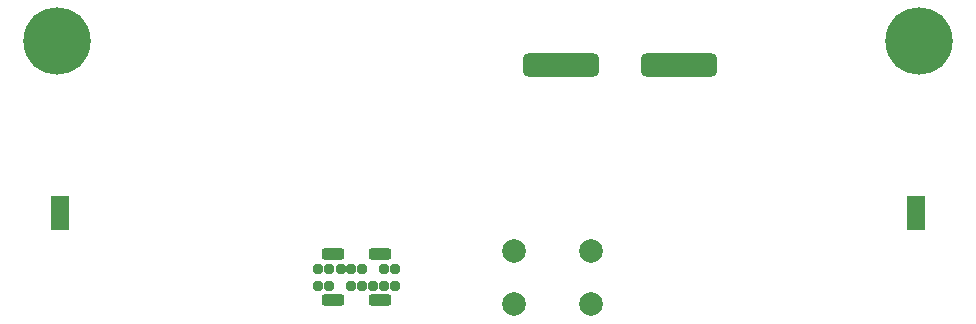
<source format=gbr>
%TF.GenerationSoftware,KiCad,Pcbnew,7.0.6-0*%
%TF.CreationDate,2024-02-21T20:03:51+01:00*%
%TF.ProjectId,smoke_extractorV1_1,736d6f6b-655f-4657-9874-726163746f72,rev?*%
%TF.SameCoordinates,Original*%
%TF.FileFunction,Soldermask,Bot*%
%TF.FilePolarity,Negative*%
%FSLAX46Y46*%
G04 Gerber Fmt 4.6, Leading zero omitted, Abs format (unit mm)*
G04 Created by KiCad (PCBNEW 7.0.6-0) date 2024-02-21 20:03:51*
%MOMM*%
%LPD*%
G01*
G04 APERTURE LIST*
G04 Aperture macros list*
%AMRoundRect*
0 Rectangle with rounded corners*
0 $1 Rounding radius*
0 $2 $3 $4 $5 $6 $7 $8 $9 X,Y pos of 4 corners*
0 Add a 4 corners polygon primitive as box body*
4,1,4,$2,$3,$4,$5,$6,$7,$8,$9,$2,$3,0*
0 Add four circle primitives for the rounded corners*
1,1,$1+$1,$2,$3*
1,1,$1+$1,$4,$5*
1,1,$1+$1,$6,$7*
1,1,$1+$1,$8,$9*
0 Add four rect primitives between the rounded corners*
20,1,$1+$1,$2,$3,$4,$5,0*
20,1,$1+$1,$4,$5,$6,$7,0*
20,1,$1+$1,$6,$7,$8,$9,0*
20,1,$1+$1,$8,$9,$2,$3,0*%
G04 Aperture macros list end*
%ADD10RoundRect,0.200000X-0.200000X-0.200000X0.200000X-0.200000X0.200000X0.200000X-0.200000X0.200000X0*%
%ADD11RoundRect,0.250000X-0.700000X-0.250000X0.700000X-0.250000X0.700000X0.250000X-0.700000X0.250000X0*%
%ADD12C,5.700000*%
%ADD13RoundRect,0.500000X-2.750000X-0.500000X2.750000X-0.500000X2.750000X0.500000X-2.750000X0.500000X0*%
%ADD14C,2.000000*%
%ADD15R,1.500000X3.000000*%
G04 APERTURE END LIST*
D10*
%TO.C,U1*%
X89529275Y-88700000D03*
X89529275Y-90100000D03*
D11*
X90779275Y-87450000D03*
X90779275Y-91350000D03*
X94779275Y-87450000D03*
X94779275Y-91350000D03*
D10*
X96029275Y-88700000D03*
X96029275Y-90100000D03*
X90479275Y-88700000D03*
X90479275Y-90100000D03*
X95079275Y-88700000D03*
X95079275Y-90100000D03*
X91429275Y-88700000D03*
X94129275Y-90100000D03*
X92329275Y-88700000D03*
X93229275Y-90100000D03*
X92329275Y-90100000D03*
X93229275Y-88700000D03*
%TD*%
D12*
%TO.C,H2*%
X67400000Y-69400000D03*
%TD*%
%TO.C,H1*%
X140400000Y-69400000D03*
%TD*%
D13*
%TO.C,U2*%
X110072322Y-71455000D03*
X120072322Y-71455000D03*
%TD*%
D14*
%TO.C,SW1*%
X112600000Y-91700000D03*
X106100000Y-91700000D03*
X112600000Y-87200000D03*
X106100000Y-87200000D03*
%TD*%
D15*
%TO.C,U6*%
X140148053Y-83926017D03*
X67648053Y-83926017D03*
%TD*%
M02*

</source>
